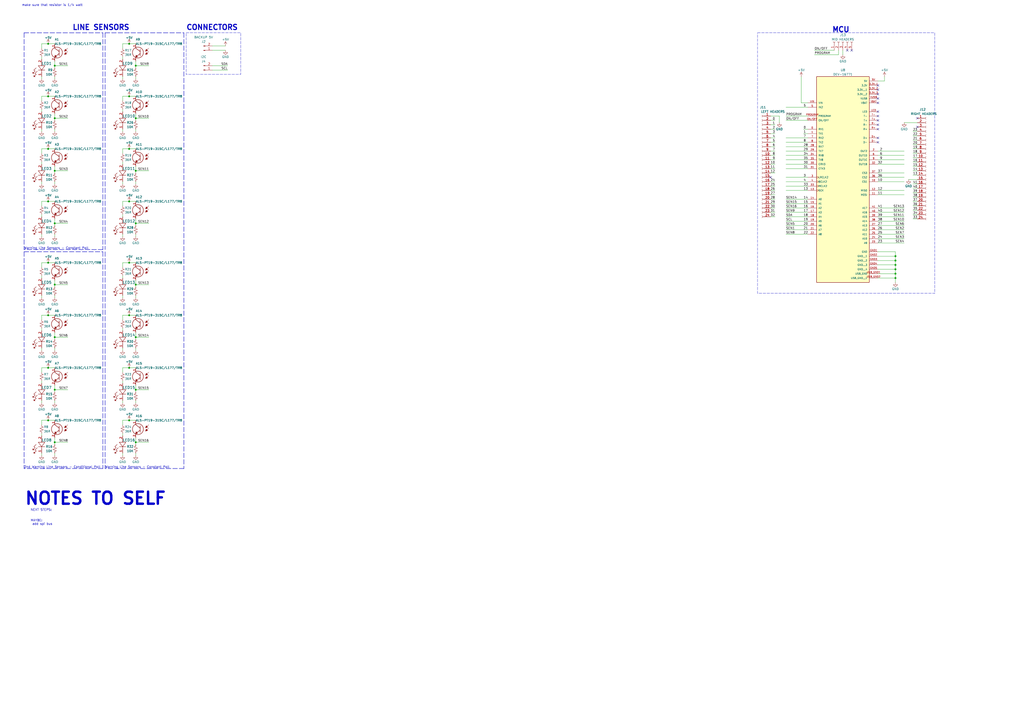
<source format=kicad_sch>
(kicad_sch (version 20230121) (generator eeschema)
  (paper "A2")
  (title_block (title "LINE 3.0 PCB") (date "2023-09-02") (rev "3.0") (company "Team Silverback"))
  (junction (at 74.93 86.36))
  (junction (at 27.94 55.88))
  (junction (at 519.43 158.75))
  (junction (at 27.94 86.36))
  (junction (at 74.93 55.88))
  (junction (at 31.75 195.58))
  (junction (at 78.74 99.06))
  (junction (at 519.43 161.29))
  (junction (at 519.43 151.13))
  (junction (at 27.94 116.84))
  (junction (at 78.74 68.58))
  (junction (at 74.93 243.84))
  (junction (at 74.93 182.88))
  (junction (at 78.74 226.06))
  (junction (at 27.94 152.4))
  (junction (at 27.94 243.84))
  (junction (at 31.75 38.1))
  (junction (at 519.43 156.21))
  (junction (at 74.93 25.4))
  (junction (at 74.93 116.84))
  (junction (at 27.94 182.88))
  (junction (at 78.74 129.54))
  (junction (at 31.75 226.06))
  (junction (at 74.93 213.36))
  (junction (at 78.74 38.1))
  (junction (at 78.74 165.1))
  (junction (at 78.74 256.54))
  (junction (at 31.75 68.58))
  (junction (at 27.94 25.4))
  (junction (at 27.94 213.36))
  (junction (at 31.75 256.54))
  (junction (at 31.75 129.54))
  (junction (at 519.43 153.67))
  (junction (at 519.43 148.59))
  (junction (at 74.93 152.4))
  (junction (at 31.75 165.1))
  (junction (at 31.75 99.06))
  (junction (at 78.74 195.58))
  (no_connect (at 532.13 73.66))
  (no_connect (at 532.13 68.58))
  (no_connect (at 509.27 57.15))
  (no_connect (at 509.27 59.69))
  (no_connect (at 447.04 102.87))
  (no_connect (at 509.27 74.93))
  (no_connect (at 509.27 69.85))
  (no_connect (at 509.27 82.55))
  (no_connect (at 509.27 67.31))
  (no_connect (at 509.27 52.07))
  (no_connect (at 509.27 64.77))
  (no_connect (at 494.03 29.21))
  (no_connect (at 509.27 80.01))
  (no_connect (at 491.49 29.21))
  (no_connect (at 509.27 72.39))
  (no_connect (at 509.27 54.61))
  (no_connect (at 509.27 49.53))
  (wire (pts (xy 31.75 74.93) (xy 31.75 76.2)))
  (wire (pts (xy 24.13 220.98) (xy 24.13 222.25)))
  (wire (pts (xy 529.59 83.82) (xy 532.13 83.82)))
  (wire (pts (xy 78.74 262.89) (xy 78.74 264.16)))
  (wire (pts (xy 529.59 91.44) (xy 532.13 91.44)))
  (wire (pts (xy 71.12 105.41) (xy 71.12 106.68)))
  (wire (pts (xy 24.13 105.41) (xy 24.13 106.68)))
  (wire (pts (xy 529.59 127) (xy 532.13 127)))
  (wire (pts (xy 449.58 120.65) (xy 447.04 120.65)))
  (wire (pts (xy 24.13 93.98) (xy 24.13 95.25)))
  (wire (pts (xy 78.74 256.54) (xy 78.74 254)))
  (wire (pts (xy 71.12 190.5) (xy 71.12 191.77)))
  (wire (pts (xy 24.13 191.77) (xy 24.13 190.5)))
  (wire (pts (xy 31.75 256.54) (xy 39.37 256.54)))
  (wire (pts (xy 447.04 67.31) (xy 452.12 67.31)))
  (wire (pts (xy 71.12 74.93) (xy 71.12 76.2)))
  (wire (pts (xy 31.75 68.58) (xy 31.75 66.04)))
  (wire (pts (xy 464.82 44.45) (xy 464.82 59.69)))
  (wire (pts (xy 529.59 86.36) (xy 532.13 86.36)))
  (wire (pts (xy 524.51 140.97) (xy 509.27 140.97)))
  (polyline (pts (xy 106.68 19.05) (xy 106.68 271.78)) (stroke (width 0.25) (type dash)))
  (wire (pts (xy 31.75 165.1) (xy 31.75 166.37)))
  (wire (pts (xy 31.75 256.54) (xy 31.75 254)))
  (wire (pts (xy 529.59 96.52) (xy 532.13 96.52)))
  (wire (pts (xy 529.59 101.6) (xy 532.13 101.6)))
  (wire (pts (xy 455.93 62.23) (xy 468.63 62.23)))
  (wire (pts (xy 74.93 152.4) (xy 71.12 152.4)))
  (wire (pts (xy 529.59 88.9) (xy 532.13 88.9)))
  (wire (pts (xy 78.74 201.93) (xy 78.74 203.2)))
  (wire (pts (xy 449.58 82.55) (xy 447.04 82.55)))
  (wire (pts (xy 31.75 226.06) (xy 39.37 226.06)))
  (wire (pts (xy 24.13 33.02) (xy 24.13 34.29)))
  (wire (pts (xy 78.74 38.1) (xy 78.74 35.56)))
  (wire (pts (xy 449.58 69.85) (xy 447.04 69.85)))
  (wire (pts (xy 486.41 29.21) (xy 486.41 31.75)))
  (wire (pts (xy 24.13 182.88) (xy 24.13 185.42)))
  (wire (pts (xy 27.94 55.88) (xy 24.13 55.88)))
  (wire (pts (xy 78.74 99.06) (xy 78.74 96.52)))
  (wire (pts (xy 24.13 44.45) (xy 24.13 45.72)))
  (wire (pts (xy 455.93 118.11) (xy 468.63 118.11)))
  (wire (pts (xy 27.94 182.88) (xy 31.75 182.88)))
  (wire (pts (xy 31.75 99.06) (xy 39.37 99.06)))
  (wire (pts (xy 71.12 262.89) (xy 71.12 264.16)))
  (wire (pts (xy 78.74 99.06) (xy 86.36 99.06)))
  (wire (pts (xy 74.93 55.88) (xy 71.12 55.88)))
  (wire (pts (xy 24.13 262.89) (xy 24.13 264.16)))
  (wire (pts (xy 31.75 99.06) (xy 31.75 100.33)))
  (wire (pts (xy 449.58 85.09) (xy 447.04 85.09)))
  (wire (pts (xy 509.27 87.63) (xy 524.51 87.63)))
  (wire (pts (xy 449.58 87.63) (xy 447.04 87.63)))
  (wire (pts (xy 31.75 262.89) (xy 31.75 264.16)))
  (wire (pts (xy 529.59 124.46) (xy 532.13 124.46)))
  (wire (pts (xy 78.74 68.58) (xy 78.74 66.04)))
  (wire (pts (xy 455.93 125.73) (xy 468.63 125.73)))
  (wire (pts (xy 455.93 82.55) (xy 468.63 82.55)))
  (polyline (pts (xy 13.97 19.05) (xy 59.69 19.05)) (stroke (width 0.25) (type dash)))
  (wire (pts (xy 27.94 86.36) (xy 31.75 86.36)))
  (wire (pts (xy 509.27 133.35) (xy 524.51 133.35)))
  (wire (pts (xy 509.27 113.03) (xy 524.51 113.03)))
  (wire (pts (xy 24.13 124.46) (xy 24.13 125.73)))
  (wire (pts (xy 509.27 146.05) (xy 519.43 146.05)))
  (polyline (pts (xy 60.96 146.05) (xy 60.96 271.78)) (stroke (width 0.25) (type dash)))
  (wire (pts (xy 27.94 152.4) (xy 31.75 152.4)))
  (wire (pts (xy 519.43 153.67) (xy 519.43 156.21)))
  (wire (pts (xy 455.93 97.79) (xy 468.63 97.79)))
  (wire (pts (xy 27.94 116.84) (xy 24.13 116.84)))
  (wire (pts (xy 71.12 201.93) (xy 71.12 203.2)))
  (wire (pts (xy 449.58 74.93) (xy 447.04 74.93)))
  (wire (pts (xy 78.74 226.06) (xy 78.74 227.33)))
  (wire (pts (xy 71.12 55.88) (xy 71.12 58.42)))
  (wire (pts (xy 466.09 74.93) (xy 468.63 74.93)))
  (wire (pts (xy 449.58 80.01) (xy 447.04 80.01)))
  (wire (pts (xy 24.13 63.5) (xy 24.13 64.77)))
  (polyline (pts (xy 13.97 19.05) (xy 13.97 144.78)) (stroke (width 0.25) (type dash)))
  (wire (pts (xy 24.13 203.2) (xy 24.13 201.93)))
  (wire (pts (xy 449.58 92.71) (xy 447.04 92.71)))
  (wire (pts (xy 78.74 129.54) (xy 78.74 130.81)))
  (wire (pts (xy 78.74 165.1) (xy 78.74 162.56)))
  (wire (pts (xy 509.27 138.43) (xy 524.51 138.43)))
  (wire (pts (xy 27.94 243.84) (xy 24.13 243.84)))
  (wire (pts (xy 449.58 90.17) (xy 447.04 90.17)))
  (wire (pts (xy 24.13 116.84) (xy 24.13 119.38)))
  (wire (pts (xy 455.93 87.63) (xy 468.63 87.63)))
  (wire (pts (xy 24.13 160.02) (xy 24.13 161.29)))
  (wire (pts (xy 78.74 129.54) (xy 78.74 127)))
  (wire (pts (xy 449.58 123.19) (xy 447.04 123.19)))
  (wire (pts (xy 529.59 99.06) (xy 532.13 99.06)))
  (wire (pts (xy 472.44 29.21) (xy 483.87 29.21)))
  (wire (pts (xy 509.27 153.67) (xy 519.43 153.67)))
  (wire (pts (xy 529.59 121.92) (xy 532.13 121.92)))
  (wire (pts (xy 509.27 156.21) (xy 519.43 156.21)))
  (wire (pts (xy 71.12 171.45) (xy 71.12 172.72)))
  (wire (pts (xy 71.12 86.36) (xy 71.12 88.9)))
  (wire (pts (xy 509.27 135.89) (xy 524.51 135.89)))
  (wire (pts (xy 455.93 90.17) (xy 468.63 90.17)))
  (wire (pts (xy 78.74 256.54) (xy 86.36 256.54)))
  (wire (pts (xy 455.93 85.09) (xy 468.63 85.09)))
  (wire (pts (xy 452.12 67.31) (xy 452.12 71.12)))
  (wire (pts (xy 519.43 156.21) (xy 519.43 158.75)))
  (wire (pts (xy 509.27 123.19) (xy 524.51 123.19)))
  (wire (pts (xy 71.12 33.02) (xy 71.12 34.29)))
  (wire (pts (xy 31.75 129.54) (xy 31.75 127)))
  (wire (pts (xy 78.74 38.1) (xy 86.36 38.1)))
  (wire (pts (xy 509.27 95.25) (xy 524.51 95.25)))
  (wire (pts (xy 31.75 44.45) (xy 31.75 45.72)))
  (polyline (pts (xy 60.96 19.05) (xy 106.68 19.05)) (stroke (width 0.25) (type dash)))
  (wire (pts (xy 31.75 68.58) (xy 39.37 68.58)))
  (wire (pts (xy 74.93 25.4) (xy 78.74 25.4)))
  (wire (pts (xy 509.27 158.75) (xy 519.43 158.75)))
  (wire (pts (xy 31.75 226.06) (xy 31.75 227.33)))
  (wire (pts (xy 78.74 99.06) (xy 78.74 100.33)))
  (wire (pts (xy 532.13 71.12) (xy 524.51 71.12)))
  (wire (pts (xy 509.27 128.27) (xy 524.51 128.27)))
  (wire (pts (xy 529.59 111.76) (xy 532.13 111.76)))
  (wire (pts (xy 74.93 116.84) (xy 71.12 116.84)))
  (wire (pts (xy 74.93 55.88) (xy 78.74 55.88)))
  (wire (pts (xy 24.13 55.88) (xy 24.13 58.42)))
  (wire (pts (xy 27.94 86.36) (xy 24.13 86.36)))
  (wire (pts (xy 527.05 104.14) (xy 532.13 104.14)))
  (wire (pts (xy 78.74 68.58) (xy 86.36 68.58)))
  (wire (pts (xy 78.74 38.1) (xy 78.74 39.37)))
  (wire (pts (xy 455.93 133.35) (xy 468.63 133.35)))
  (wire (pts (xy 472.44 31.75) (xy 486.41 31.75)))
  (wire (pts (xy 71.12 63.5) (xy 71.12 64.77)))
  (wire (pts (xy 529.59 109.22) (xy 532.13 109.22)))
  (wire (pts (xy 529.59 81.28) (xy 532.13 81.28)))
  (wire (pts (xy 455.93 110.49) (xy 468.63 110.49)))
  (wire (pts (xy 31.75 165.1) (xy 39.37 165.1)))
  (wire (pts (xy 488.95 29.21) (xy 488.95 31.75)))
  (polyline (pts (xy 59.69 271.78) (xy 13.97 271.78)) (stroke (width 0.25) (type dash)))
  (wire (pts (xy 24.13 172.72) (xy 24.13 171.45)))
  (wire (pts (xy 71.12 232.41) (xy 71.12 233.68)))
  (wire (pts (xy 519.43 148.59) (xy 519.43 151.13)))
  (wire (pts (xy 71.12 213.36) (xy 71.12 215.9)))
  (wire (pts (xy 509.27 46.99) (xy 513.08 46.99)))
  (wire (pts (xy 31.75 38.1) (xy 31.75 39.37)))
  (wire (pts (xy 449.58 110.49) (xy 447.04 110.49)))
  (wire (pts (xy 27.94 116.84) (xy 31.75 116.84)))
  (wire (pts (xy 31.75 165.1) (xy 31.75 162.56)))
  (wire (pts (xy 31.75 105.41) (xy 31.75 106.68)))
  (wire (pts (xy 78.74 195.58) (xy 78.74 193.04)))
  (wire (pts (xy 74.93 213.36) (xy 78.74 213.36)))
  (wire (pts (xy 509.27 100.33) (xy 524.51 100.33)))
  (wire (pts (xy 31.75 195.58) (xy 39.37 195.58)))
  (wire (pts (xy 31.75 68.58) (xy 31.75 69.85)))
  (wire (pts (xy 71.12 182.88) (xy 71.12 185.42)))
  (wire (pts (xy 74.93 243.84) (xy 78.74 243.84)))
  (wire (pts (xy 449.58 100.33) (xy 447.04 100.33)))
  (wire (pts (xy 449.58 118.11) (xy 447.04 118.11)))
  (wire (pts (xy 27.94 25.4) (xy 24.13 25.4)))
  (wire (pts (xy 132.08 40.64) (xy 123.19 40.64)))
  (wire (pts (xy 449.58 115.57) (xy 447.04 115.57)))
  (wire (pts (xy 455.93 120.65) (xy 468.63 120.65)))
  (polyline (pts (xy 59.69 144.78) (xy 13.97 144.78)) (stroke (width 0.25) (type dash)))
  (wire (pts (xy 74.93 86.36) (xy 78.74 86.36)))
  (wire (pts (xy 455.93 92.71) (xy 468.63 92.71)))
  (wire (pts (xy 509.27 125.73) (xy 524.51 125.73)))
  (wire (pts (xy 71.12 135.89) (xy 71.12 137.16)))
  (wire (pts (xy 449.58 125.73) (xy 447.04 125.73)))
  (wire (pts (xy 449.58 97.79) (xy 447.04 97.79)))
  (wire (pts (xy 24.13 233.68) (xy 24.13 232.41)))
  (wire (pts (xy 519.43 161.29) (xy 519.43 163.83)))
  (wire (pts (xy 78.74 256.54) (xy 78.74 257.81)))
  (wire (pts (xy 455.93 115.57) (xy 468.63 115.57)))
  (wire (pts (xy 31.75 232.41) (xy 31.75 233.68)))
  (wire (pts (xy 74.93 152.4) (xy 78.74 152.4)))
  (wire (pts (xy 78.74 74.93) (xy 78.74 76.2)))
  (polyline (pts (xy 59.69 146.05) (xy 59.69 271.78)) (stroke (width 0.25) (type dash)))
  (wire (pts (xy 24.13 213.36) (xy 24.13 215.9)))
  (polyline (pts (xy 59.69 19.05) (xy 59.69 144.78)) (stroke (width 0.25) (type dash)))
  (wire (pts (xy 78.74 105.41) (xy 78.74 106.68)))
  (wire (pts (xy 74.93 25.4) (xy 71.12 25.4)))
  (wire (pts (xy 455.93 67.31) (xy 468.63 67.31)))
  (wire (pts (xy 455.93 128.27) (xy 468.63 128.27)))
  (wire (pts (xy 509.27 90.17) (xy 524.51 90.17)))
  (wire (pts (xy 509.27 161.29) (xy 519.43 161.29)))
  (wire (pts (xy 71.12 44.45) (xy 71.12 45.72)))
  (wire (pts (xy 31.75 129.54) (xy 31.75 130.81)))
  (wire (pts (xy 24.13 74.93) (xy 24.13 76.2)))
  (wire (pts (xy 71.12 93.98) (xy 71.12 95.25)))
  (wire (pts (xy 31.75 171.45) (xy 31.75 172.72)))
  (wire (pts (xy 449.58 105.41) (xy 447.04 105.41)))
  (wire (pts (xy 78.74 226.06) (xy 86.36 226.06)))
  (polyline (pts (xy 60.96 19.05) (xy 60.96 144.78)) (stroke (width 0.25) (type dash)))
  (wire (pts (xy 27.94 213.36) (xy 31.75 213.36)))
  (wire (pts (xy 455.93 102.87) (xy 468.63 102.87)))
  (wire (pts (xy 466.09 77.47) (xy 468.63 77.47)))
  (wire (pts (xy 529.59 78.74) (xy 532.13 78.74)))
  (wire (pts (xy 74.93 213.36) (xy 71.12 213.36)))
  (wire (pts (xy 31.75 201.93) (xy 31.75 203.2)))
  (wire (pts (xy 78.74 135.89) (xy 78.74 137.16)))
  (wire (pts (xy 455.93 123.19) (xy 468.63 123.19)))
  (wire (pts (xy 31.75 195.58) (xy 31.75 196.85)))
  (wire (pts (xy 529.59 106.68) (xy 532.13 106.68)))
  (wire (pts (xy 78.74 165.1) (xy 86.36 165.1)))
  (wire (pts (xy 455.93 95.25) (xy 468.63 95.25)))
  (wire (pts (xy 519.43 146.05) (xy 519.43 148.59)))
  (wire (pts (xy 468.63 59.69) (xy 464.82 59.69)))
  (wire (pts (xy 132.08 38.1) (xy 123.19 38.1)))
  (wire (pts (xy 519.43 158.75) (xy 519.43 161.29)))
  (wire (pts (xy 71.12 25.4) (xy 71.12 27.94)))
  (wire (pts (xy 31.75 38.1) (xy 39.37 38.1)))
  (wire (pts (xy 24.13 86.36) (xy 24.13 88.9)))
  (wire (pts (xy 78.74 44.45) (xy 78.74 45.72)))
  (wire (pts (xy 78.74 195.58) (xy 78.74 196.85)))
  (wire (pts (xy 509.27 102.87) (xy 524.51 102.87)))
  (wire (pts (xy 529.59 93.98) (xy 532.13 93.98)))
  (wire (pts (xy 24.13 152.4) (xy 24.13 154.94)))
  (wire (pts (xy 78.74 165.1) (xy 78.74 166.37)))
  (wire (pts (xy 509.27 92.71) (xy 524.51 92.71)))
  (wire (pts (xy 31.75 129.54) (xy 39.37 129.54)))
  (polyline (pts (xy 106.68 271.78) (xy 60.96 271.78)) (stroke (width 0.25) (type dash)))
  (wire (pts (xy 71.12 251.46) (xy 71.12 252.73)))
  (wire (pts (xy 449.58 113.03) (xy 447.04 113.03)))
  (wire (pts (xy 78.74 232.41) (xy 78.74 233.68)))
  (wire (pts (xy 71.12 243.84) (xy 71.12 246.38)))
  (wire (pts (xy 71.12 116.84) (xy 71.12 119.38)))
  (wire (pts (xy 31.75 256.54) (xy 31.75 257.81)))
  (wire (pts (xy 513.08 46.99) (xy 513.08 44.45)))
  (wire (pts (xy 27.94 182.88) (xy 24.13 182.88)))
  (wire (pts (xy 24.13 251.46) (xy 24.13 252.73)))
  (wire (pts (xy 509.27 151.13) (xy 519.43 151.13)))
  (wire (pts (xy 78.74 171.45) (xy 78.74 172.72)))
  (wire (pts (xy 455.93 105.41) (xy 468.63 105.41)))
  (wire (pts (xy 509.27 105.41) (xy 524.51 105.41)))
  (wire (pts (xy 509.27 148.59) (xy 519.43 148.59)))
  (wire (pts (xy 31.75 38.1) (xy 31.75 35.56)))
  (wire (pts (xy 74.93 116.84) (xy 78.74 116.84)))
  (wire (pts (xy 529.59 119.38) (xy 532.13 119.38)))
  (wire (pts (xy 455.93 69.85) (xy 468.63 69.85)))
  (wire (pts (xy 529.59 114.3) (xy 532.13 114.3)))
  (wire (pts (xy 27.94 152.4) (xy 24.13 152.4)))
  (wire (pts (xy 74.93 182.88) (xy 71.12 182.88)))
  (wire (pts (xy 71.12 160.02) (xy 71.12 161.29)))
  (wire (pts (xy 74.93 86.36) (xy 71.12 86.36)))
  (wire (pts (xy 24.13 243.84) (xy 24.13 246.38)))
  (wire (pts (xy 509.27 110.49) (xy 524.51 110.49)))
  (wire (pts (xy 455.93 80.01) (xy 468.63 80.01)))
  (wire (pts (xy 455.93 107.95) (xy 468.63 107.95)))
  (wire (pts (xy 449.58 72.39) (xy 447.04 72.39)))
  (polyline (pts (xy 13.97 146.05) (xy 13.97 271.78)) (stroke (width 0.25) (type dash)))
  (wire (pts (xy 74.93 243.84) (xy 71.12 243.84)))
  (wire (pts (xy 31.75 99.06) (xy 31.75 96.52)))
  (wire (pts (xy 24.13 25.4) (xy 24.13 27.94)))
  (wire (pts (xy 31.75 226.06) (xy 31.75 223.52)))
  (wire (pts (xy 78.74 226.06) (xy 78.74 223.52)))
  (wire (pts (xy 529.59 116.84) (xy 532.13 116.84)))
  (wire (pts (xy 24.13 135.89) (xy 24.13 137.16)))
  (wire (pts (xy 449.58 107.95) (xy 447.04 107.95)))
  (wire (pts (xy 27.94 243.84) (xy 31.75 243.84)))
  (wire (pts (xy 31.75 135.89) (xy 31.75 137.16)))
  (wire (pts (xy 130.81 26.67) (xy 123.19 26.67)))
  (wire (pts (xy 509.27 130.81) (xy 524.51 130.81)))
  (wire (pts (xy 27.94 25.4) (xy 31.75 25.4)))
  (wire (pts (xy 509.27 120.65) (xy 524.51 120.65)))
  (wire (pts (xy 31.75 195.58) (xy 31.75 193.04)))
  (wire (pts (xy 455.93 135.89) (xy 468.63 135.89)))
  (wire (pts (xy 130.81 29.21) (xy 123.19 29.21)))
  (wire (pts (xy 519.43 151.13) (xy 519.43 153.67)))
  (wire (pts (xy 71.12 124.46) (xy 71.12 125.73)))
  (wire (pts (xy 27.94 213.36) (xy 24.13 213.36)))
  (wire (pts (xy 74.93 182.88) (xy 78.74 182.88)))
  (wire (pts (xy 78.74 195.58) (xy 86.36 195.58)))
  (wire (pts (xy 78.74 68.58) (xy 78.74 69.85)))
  (wire (pts (xy 449.58 95.25) (xy 447.04 95.25)))
  (wire (pts (xy 71.12 152.4) (xy 71.12 154.94)))
  (wire (pts (xy 449.58 77.47) (xy 447.04 77.47)))
  (wire (pts (xy 78.74 129.54) (xy 86.36 129.54)))
  (wire (pts (xy 71.12 220.98) (xy 71.12 222.25)))
  (wire (pts (xy 529.59 76.2) (xy 532.13 76.2)))
  (wire (pts (xy 455.93 130.81) (xy 468.63 130.81)))
  (polyline (pts (xy 13.97 146.05) (xy 59.69 146.05)) (stroke (width 0.25) (type dash)))
  (wire (pts (xy 27.94 55.88) (xy 31.75 55.88)))
  (rectangle (start 439.42 19.05) (end 542.29 170.18) (stroke (width 0) (type dash)))
  (rectangle (start 107.95 19.05) (end 139.7 43.18) (stroke (width 0) (type dash)))
  (text "NOTES TO SELF" (at 13.97 293.37 0) (effects (font (size 7 7) (thickness 1.4) bold) (justify left bottom)))
  (text "NEXT STEPS:\n\n\nMAYBE:\n add spi bus" (at 17.78 304.8 0) (effects (font (size 1.27 1.27)) (justify left bottom)))
  (text "CONNECTORS" (at 107.95 17.78 0) (effects (font (size 3 3) (thickness 0.6) bold) (justify left bottom)))
  (text "LINE SENSORS" (at 41.91 17.78 0) (effects (font (size 3 3) (thickness 0.6) bold) (justify left bottom)))
  (text "2nd Warning Line Sensors - Conditional Poll" (at 13.97 271.78 0) (effects (font (size 1.27 1.27)) (justify left bottom)))
  (text "make sure that resistor is 1/4 watt" (at 12.7 3.81 0) (effects (font (size 1.27 1.27)) (justify left bottom)))
  (text "Warning Line Sensors - Constant Poll" (at 13.97 144.78 0) (effects (font (size 1.27 1.27)) (justify left bottom)))
  (text "Warning Line Sensors - Constant Poll" (at 60.96 271.78 0) (effects (font (size 1.27 1.27)) (justify left bottom)))
  (text "MCU " (at 482.6 19.05 0) (effects (font (size 3 3) (thickness 0.6) bold) (justify left bottom)))
  (label "SEN9" (at 86.36 38.1 180))
  (label "11" (at 511.81 113.03 180))
  (label "11" (at 449.58 97.79 180))
  (label "SEN11" (at 524.51 125.73 180))
  (label "16" (at 466.09 120.65 0))
  (label "SEN12" (at 524.51 123.19 180))
  (label "30" (at 466.09 95.25 0))
  (label "PROGRAM" (at 472.44 31.75 0))
  (label "0" (at 449.58 69.85 180))
  (label "9" (at 511.81 92.71 180))
  (label "SCL" (at 132.08 40.64 180))
  (label "6" (at 449.58 85.09 180))
  (label "25" (at 511.81 135.89 180))
  (label "SEN14" (at 455.93 115.57 0))
  (label "22" (at 529.59 78.74 0))
  (label "SDA" (at 455.93 125.73 0))
  (label "7" (at 449.58 87.63 180))
  (label "SEN6" (at 39.37 195.58 180))
  (label "19" (at 466.09 128.27 0))
  (label "36" (at 529.59 119.38 0))
  (label "0" (at 466.09 74.93 0))
  (label "36" (at 511.81 102.87 180))
  (label "26" (at 511.81 133.35 180))
  (label "28" (at 449.58 115.57 180))
  (label "17" (at 466.09 123.19 0))
  (label "8" (at 466.09 82.55 0))
  (label "SEN13" (at 524.51 120.65 180))
  (label "41" (at 529.59 106.68 0))
  (label "38" (at 511.81 128.27 180))
  (label "ON{slash}OFF" (at 472.44 29.21 0))
  (label "41" (at 511.81 120.65 180))
  (label "40" (at 511.81 123.19 180))
  (label "SEN1" (at 455.93 133.35 0))
  (label "25" (at 449.58 107.95 180))
  (label "PROGRAM" (at 455.93 67.31 0))
  (label "SEN3" (at 524.51 138.43 180))
  (label "12" (at 449.58 100.33 180))
  (label "29" (at 449.58 118.11 180))
  (label "SEN11" (at 86.36 99.06 180))
  (label "SDA" (at 132.08 38.1 180))
  (label "18" (at 529.59 88.9 0))
  (label "SEN9" (at 455.93 123.19 0))
  (label "33" (at 529.59 127 0))
  (label "19" (at 529.59 86.36 0))
  (label "39" (at 529.59 111.76 0))
  (label "16" (at 529.59 93.98 0))
  (label "14" (at 466.09 115.57 0))
  (label "31" (at 466.09 97.79 0))
  (label "2" (at 511.81 87.63 180))
  (label "1" (at 466.09 77.47 0))
  (label "32" (at 511.81 95.25 180))
  (label "9" (at 449.58 92.71 180))
  (label "34" (at 466.09 90.17 0))
  (label "27" (at 511.81 130.81 180))
  (label "15" (at 466.09 118.11 0))
  (label "SEN15" (at 86.36 226.06 180))
  (label "30" (at 449.58 120.65 180))
  (label "SEN7" (at 39.37 226.06 180))
  (label "SEN8" (at 39.37 256.54 180))
  (label "21" (at 466.09 133.35 0))
  (label "12" (at 511.81 110.49 180))
  (label "SEN10" (at 86.36 68.58 180))
  (label "SEN1" (at 39.37 38.1 180))
  (label "38" (at 529.59 114.3 0))
  (label "21" (at 529.59 81.28 0))
  (label "SEN16" (at 455.93 120.65 0))
  (label "10" (at 511.81 105.41 180))
  (label "20" (at 529.59 83.82 0))
  (label "40" (at 529.59 109.22 0))
  (label "24" (at 449.58 105.41 180))
  (label "29" (at 466.09 87.63 0))
  (label "22" (at 466.09 135.89 0))
  (label "13" (at 466.09 110.49 0))
  (label "SCL" (at 455.93 128.27 0))
  (label "SEN10" (at 524.51 128.27 180))
  (label "35" (at 529.59 121.92 0))
  (label "33" (at 466.09 107.95 0))
  (label "20" (at 466.09 130.81 0))
  (label "SEN2" (at 39.37 68.58 180))
  (label "SEN7" (at 524.51 135.89 180))
  (label "31" (at 449.58 123.19 180))
  (label "SEN5" (at 455.93 130.81 0))
  (label "37" (at 529.59 116.84 0))
  (label "1" (at 449.58 72.39 180))
  (label "13" (at 529.59 101.6 0))
  (label "37" (at 511.81 100.33 180))
  (label "4" (at 449.58 80.01 180))
  (label "35" (at 466.09 92.71 0))
  (label "5" (at 466.09 62.23 0))
  (label "34" (at 529.59 124.46 0))
  (label "27" (at 449.58 113.03 180))
  (label "8" (at 449.58 90.17 180))
  (label "5" (at 449.58 82.55 180))
  (label "SEN2" (at 524.51 133.35 180))
  (label "15" (at 529.59 96.52 0))
  (label "32" (at 449.58 125.73 180))
  (label "SEN4" (at 524.51 140.97 180))
  (label "SEN5" (at 39.37 165.1 180))
  (label "SEN15" (at 455.93 118.11 0))
  (label "SEN13" (at 86.36 165.1 180))
  (label "39" (at 511.81 125.73 180))
  (label "23" (at 529.59 76.2 0))
  (label "3" (at 466.09 102.87 0))
  (label "4" (at 466.09 105.41 0))
  (label "23" (at 511.81 140.97 180))
  (label "7" (at 466.09 80.01 0))
  (label "SEN12" (at 86.36 129.54 180))
  (label "14" (at 529.59 99.06 0))
  (label "3" (at 449.58 77.47 180))
  (label "SEN8" (at 455.93 135.89 0))
  (label "2" (at 449.58 74.93 180))
  (label "26" (at 449.58 110.49 180))
  (label "ON{slash}OFF" (at 455.93 69.85 0))
  (label "SEN3" (at 39.37 99.06 180))
  (label "SEN6" (at 524.51 130.81 180))
  (label "10" (at 449.58 95.25 180))
  (label "28" (at 466.09 85.09 0))
  (label "17" (at 529.59 91.44 0))
  (label "SEN14" (at 86.36 195.58 180))
  (label "18" (at 466.09 125.73 0))
  (label "24" (at 511.81 138.43 180))
  (label "6" (at 511.81 90.17 180))
  (label "SEN16" (at 86.36 256.54 180))
  (label "SEN4" (at 39.37 129.54 180))
  (symbol (lib_id "Device:R_Small_US") (at 78.74 260.35 0) (mirror x) (unit 1)
    (property "Reference" "R32" (at 77.47 259.08 0) (effects (justify right)))
    (property "Value" "10K" (at 77.47 261.62 0) (effects (justify right)))
    (property "Footprint" "Resistor_SMD:R_0805_2012Metric" (effects hide))
  )
  (symbol (lib_id "Device:R_Small_US") (at 31.75 133.35 0) (mirror x) (unit 1)
    (property "Reference" "R12" (at 30.48 132.08 0) (effects (justify right)))
    (property "Value" "10K" (at 30.48 134.62 0) (effects (justify right)))
    (property "Footprint" "Resistor_SMD:R_0805_2012Metric" (effects hide))
  )
  (symbol (lib_id "Device:R_Small_US") (at 24.13 121.92 0) (unit 1)
    (property "Reference" "R4" (at 25.4 120.65 0) (effects (justify left)))
    (property "Value" "36R" (at 25.4 123.19 0) (effects (justify left)))
    (property "Footprint" "Resistor_SMD:R_0805_2012Metric" (effects hide))
  )
  (symbol (lib_id "ALS-PT19-315C_L177_TR8:ALS-PT19-315C{slash}L177{slash}TR8") (at 34.29 218.44 0) (mirror y) (unit 1)
    (property "Reference" "A7" (at 31.75 210.82 0) (effects (justify right)))
    (property "Value" "ALS-PT19-315C/L177/TR8" (at 31.75 213.36 0) (effects (justify right)))
    (property "Footprint" "ALS-PT19-315C_L177_TR8:XDCR_ALS-PT19-315C_L177_TR8" (effects hide))
    (property "MAXIMUM_PACKAGE_HEIGHT" "0.7 mm" (effects hide))
    (property "STANDARD" "Manufacturer Recommendations" (effects hide))
    (property "PARTREV" "5" (effects hide))
    (property "MANUFACTURER" "Everlight" (effects hide))
  )
  (symbol (lib_id "JB2835AWT-W-U30GA0000-N0000001:JB2835AWT-W-U30GA0000-N0000001") (at 71.12 222.25 90) (mirror x) (unit 1)
    (property "Reference" "LED15" (at 71.12 224.79 90) (effects (font (size 1.524 1.524)) (justify right)))
    (property "Value" "JB2835AWT-W-U30GA0000-N0000001" (effects hide))
    (property "Footprint" "JB2835AWT-W-U30GA0000-N0000001:LED_J2835_CRW" (effects hide))
    (property "Datasheet" "JB2835AWT-W-U30GA0000-N0000001" (effects hide))
  )
  (symbol (lib_id "power:GND") (at 24.13 137.16 0) (unit 1)
    (property "Reference" "#PWR04" (effects hide))
    (property "Value" "GND" (at 24.13 140.97 0))
  )
  (symbol (lib_id "power:GND") (at 71.12 137.16 0) (unit 1)
    (property "Reference" "#PWR028" (effects hide))
    (property "Value" "GND" (at 71.12 140.97 0))
  )
  (symbol (lib_id "JB2835AWT-W-U30GA0000-N0000001:JB2835AWT-W-U30GA0000-N0000001") (at 24.13 34.29 90) (mirror x) (unit 1)
    (property "Reference" "LED1" (at 24.13 36.83 90) (effects (font (size 1.524 1.524)) (justify right)))
    (property "Value" "JB2835AWT-W-U30GA0000-N0000001" (effects hide))
    (property "Footprint" "JB2835AWT-W-U30GA0000-N0000001:LED_J2835_CRW" (effects hide))
    (property "Datasheet" "JB2835AWT-W-U30GA0000-N0000001" (effects hide))
  )
  (symbol (lib_id "power:GND") (at 31.75 76.2 0) (unit 1)
    (property "Reference" "#PWR018" (effects hide))
    (property "Value" "GND" (at 31.75 80.01 0))
  )
  (symbol (lib_id "Device:R_Small_US") (at 71.12 30.48 0) (unit 1)
    (property "Reference" "R17" (at 72.39 29.21 0) (effects (justify left)))
    (property "Value" "36R" (at 72.39 31.75 0) (effects (justify left)))
    (property "Footprint" "Resistor_SMD:R_0805_2012Metric" (effects hide))
  )
  (symbol (lib_id "power:GND") (at 488.95 31.75 0) (unit 1)
    (property "Reference" "#PWR092" (effects hide))
    (property "Value" "GND" (at 488.95 35.56 0))
  )
  (symbol (lib_id "Device:R_Small_US") (at 71.12 218.44 0) (unit 1)
    (property "Reference" "R23" (at 72.39 217.17 0) (effects (justify left)))
    (property "Value" "36R" (at 72.39 219.71 0) (effects (justify left)))
    (property "Footprint" "Resistor_SMD:R_0805_2012Metric" (effects hide))
  )
  (symbol (lib_id "JB2835AWT-W-U30GA0000-N0000001:JB2835AWT-W-U30GA0000-N0000001") (at 71.12 64.77 90) (mirror x) (unit 1)
    (property "Reference" "LED10" (at 71.12 67.31 90) (effects (font (size 1.524 1.524)) (justify right)))
    (property "Value" "JB2835AWT-W-U30GA0000-N0000001" (effects hide))
    (property "Footprint" "JB2835AWT-W-U30GA0000-N0000001:LED_J2835_CRW" (effects hide))
    (property "Datasheet" "JB2835AWT-W-U30GA0000-N0000001" (effects hide))
  )
  (symbol (lib_id "Connector:Conn_01x05_Socket") (at 488.95 24.13 90) (unit 1)
    (property "Reference" "J13" (at 488.95 20.32 90))
    (property "Value" "MID HEADERS" (at 488.95 22.86 90))
    (property "Footprint" "Connector_PinHeader_2.54mm:PinHeader_1x05_P2.54mm_Vertical" (effects hide))
  )
  (symbol (lib_id "JB2835AWT-W-U30GA0000-N0000001:JB2835AWT-W-U30GA0000-N0000001") (at 24.13 161.29 90) (mirror x) (unit 1)
    (property "Reference" "LED5" (at 24.13 163.83 90) (effects (font (size 1.524 1.524)) (justify right)))
    (property "Value" "JB2835AWT-W-U30GA0000-N0000001" (effects hide))
    (property "Footprint" "JB2835AWT-W-U30GA0000-N0000001:LED_J2835_CRW" (effects hide))
    (property "Datasheet" "JB2835AWT-W-U30GA0000-N0000001" (effects hide))
  )
  (symbol (lib_id "ALS-PT19-315C_L177_TR8:ALS-PT19-315C{slash}L177{slash}TR8") (at 81.28 248.92 0) (mirror y) (unit 1)
    (property "Reference" "A16" (at 78.74 241.3 0) (effects (justify right)))
    (property "Value" "ALS-PT19-315C/L177/TR8" (at 78.74 243.84 0) (effects (justify right)))
    (property "Footprint" "ALS-PT19-315C_L177_TR8:XDCR_ALS-PT19-315C_L177_TR8" (effects hide))
    (property "MAXIMUM_PACKAGE_HEIGHT" "0.7 mm" (effects hide))
    (property "STANDARD" "Manufacturer Recommendations" (effects hide))
    (property "PARTREV" "5" (effects hide))
    (property "MANUFACTURER" "Everlight" (effects hide))
  )
  (symbol (lib_id "Device:R_Small_US") (at 31.75 102.87 0) (mirror x) (unit 1)
    (property "Reference" "R11" (at 30.48 101.6 0) (effects (justify right)))
    (property "Value" "10K" (at 30.48 104.14 0) (effects (justify right)))
    (property "Footprint" "Resistor_SMD:R_0805_2012Metric" (effects hide))
  )
  (symbol (lib_id "power:GND") (at 24.13 106.68 0) (unit 1)
    (property "Reference" "#PWR03" (effects hide))
    (property "Value" "GND" (at 24.13 110.49 0))
  )
  (symbol (lib_id "ALS-PT19-315C_L177_TR8:ALS-PT19-315C{slash}L177{slash}TR8") (at 34.29 157.48 0) (mirror y) (unit 1)
    (property "Reference" "A5" (at 31.75 149.86 0) (effects (justify right)))
    (property "Value" "ALS-PT19-315C/L177/TR8" (at 31.75 152.4 0) (effects (justify right)))
    (property "Footprint" "ALS-PT19-315C_L177_TR8:XDCR_ALS-PT19-315C_L177_TR8" (effects hide))
    (property "MAXIMUM_PACKAGE_HEIGHT" "0.7 mm" (effects hide))
    (property "STANDARD" "Manufacturer Recommendations" (effects hide))
    (property "PARTREV" "5" (effects hide))
    (property "MANUFACTURER" "Everlight" (effects hide))
  )
  (symbol (lib_name "+5V_2") (lib_id "power:+5V") (at 74.93 213.36 0) (unit 1)
    (property "Reference" "#PWR0106" (effects hide))
    (property "Value" "+5V" (at 74.93 209.804 0))
  )
  (symbol (lib_id "power:GND") (at 78.74 106.68 0) (unit 1)
    (property "Reference" "#PWR043" (effects hide))
    (property "Value" "GND" (at 78.74 110.49 0))
  )
  (symbol (lib_id "power:GND") (at 78.74 233.68 0) (unit 1)
    (property "Reference" "#PWR047" (effects hide))
    (property "Value" "GND" (at 78.74 237.49 0))
  )
  (symbol (lib_id "ALS-PT19-315C_L177_TR8:ALS-PT19-315C{slash}L177{slash}TR8") (at 81.28 91.44 0) (mirror y) (unit 1)
    (property "Reference" "A11" (at 78.74 83.82 0) (effects (justify right)))
    (property "Value" "ALS-PT19-315C/L177/TR8" (at 78.74 86.36 0) (effects (justify right)))
    (property "Footprint" "ALS-PT19-315C_L177_TR8:XDCR_ALS-PT19-315C_L177_TR8" (effects hide))
    (property "MAXIMUM_PACKAGE_HEIGHT" "0.7 mm" (effects hide))
    (property "STANDARD" "Manufacturer Recommendations" (effects hide))
    (property "PARTREV" "5" (effects hide))
    (property "MANUFACTURER" "Everlight" (effects hide))
  )
  (symbol (lib_id "power:GND") (at 31.75 137.16 0) (unit 1)
    (property "Reference" "#PWR020" (effects hide))
    (property "Value" "GND" (at 31.75 140.97 0))
  )
  (symbol (lib_id "Device:R_Small_US") (at 24.13 60.96 0) (unit 1)
    (property "Reference" "R2" (at 25.4 59.69 0) (effects (justify left)))
    (property "Value" "36R" (at 25.4 62.23 0) (effects (justify left)))
    (property "Footprint" "Resistor_SMD:R_0805_2012Metric" (effects hide))
  )
  (symbol (lib_id "ALS-PT19-315C_L177_TR8:ALS-PT19-315C{slash}L177{slash}TR8") (at 34.29 30.48 0) (mirror y) (unit 1)
    (property "Reference" "A1" (at 31.75 22.86 0) (effects (justify right)))
    (property "Value" "ALS-PT19-315C/L177/TR8" (at 31.75 25.4 0) (effects (justify right)))
    (property "Footprint" "ALS-PT19-315C_L177_TR8:XDCR_ALS-PT19-315C_L177_TR8" (effects hide))
    (property "MAXIMUM_PACKAGE_HEIGHT" "0.7 mm" (effects hide))
    (property "STANDARD" "Manufacturer Recommendations" (effects hide))
    (property "PARTREV" "5" (effects hide))
    (property "MANUFACTURER" "Everlight" (effects hide))
  )
  (symbol (lib_id "JB2835AWT-W-U30GA0000-N0000001:JB2835AWT-W-U30GA0000-N0000001") (at 24.13 252.73 90) (mirror x) (unit 1)
    (property "Reference" "LED8" (at 24.13 255.27 90) (effects (font (size 1.524 1.524)) (justify right)))
    (property "Value" "JB2835AWT-W-U30GA0000-N0000001" (effects hide))
    (property "Footprint" "JB2835AWT-W-U30GA0000-N0000001:LED_J2835_CRW" (effects hide))
    (property "Datasheet" "JB2835AWT-W-U30GA0000-N0000001" (effects hide))
  )
  (symbol (lib_id "power:GND") (at 78.74 172.72 0) (unit 1)
    (property "Reference" "#PWR045" (effects hide))
    (property "Value" "GND" (at 78.74 176.53 0))
  )
  (symbol (lib_id "JB2835AWT-W-U30GA0000-N0000001:JB2835AWT-W-U30GA0000-N0000001") (at 24.13 64.77 90) (mirror x) (unit 1)
    (property "Reference" "LED2" (at 24.13 67.31 90) (effects (font (size 1.524 1.524)) (justify right)))
    (property "Value" "JB2835AWT-W-U30GA0000-N0000001" (effects hide))
    (property "Footprint" "JB2835AWT-W-U30GA0000-N0000001:LED_J2835_CRW" (effects hide))
    (property "Datasheet" "JB2835AWT-W-U30GA0000-N0000001" (effects hide))
  )
  (symbol (lib_id "power:GND") (at 71.12 203.2 0) (unit 1)
    (property "Reference" "#PWR030" (effects hide))
    (property "Value" "GND" (at 71.12 207.01 0))
  )
  (symbol (lib_id "Device:R_Small_US") (at 24.13 91.44 0) (unit 1)
    (property "Reference" "R3" (at 25.4 90.17 0) (effects (justify left)))
    (property "Value" "36R" (at 25.4 92.71 0) (effects (justify left)))
    (property "Footprint" "Resistor_SMD:R_0805_2012Metric" (effects hide))
  )
  (symbol (lib_id "Device:R_Small_US") (at 31.75 229.87 0) (mirror x) (unit 1)
    (property "Reference" "R15" (at 30.48 228.6 0) (effects (justify right)))
    (property "Value" "10K" (at 30.48 231.14 0) (effects (justify right)))
    (property "Footprint" "Resistor_SMD:R_0805_2012Metric" (effects hide))
  )
  (symbol (lib_id "Device:R_Small_US") (at 71.12 60.96 0) (unit 1)
    (property "Reference" "R18" (at 72.39 59.69 0) (effects (justify left)))
    (property "Value" "36R" (at 72.39 62.23 0) (effects (justify left)))
    (property "Footprint" "Resistor_SMD:R_0805_2012Metric" (effects hide))
  )
  (symbol (lib_id "ALS-PT19-315C_L177_TR8:ALS-PT19-315C{slash}L177{slash}TR8") (at 81.28 121.92 0) (mirror y) (unit 1)
    (property "Reference" "A12" (at 78.74 114.3 0) (effects (justify right)))
    (property "Value" "ALS-PT19-315C/L177/TR8" (at 78.74 116.84 0) (effects (justify right)))
    (property "Footprint" "ALS-PT19-315C_L177_TR8:XDCR_ALS-PT19-315C_L177_TR8" (effects hide))
    (property "MAXIMUM_PACKAGE_HEIGHT" "0.7 mm" (effects hide))
    (property "STANDARD" "Manufacturer Recommendations" (effects hide))
    (property "PARTREV" "5" (effects hide))
    (property "MANUFACTURER" "Everlight" (effects hide))
  )
  (symbol (lib_id "JB2835AWT-W-U30GA0000-N0000001:JB2835AWT-W-U30GA0000-N0000001") (at 24.13 95.25 90) (mirror x) (unit 1)
    (property "Reference" "LED3" (at 24.13 97.79 90) (effects (font (size 1.524 1.524)) (justify right)))
    (property "Value" "JB2835AWT-W-U30GA0000-N0000001" (effects hide))
    (property "Footprint" "JB2835AWT-W-U30GA0000-N0000001:LED_J2835_CRW" (effects hide))
    (property "Datasheet" "JB2835AWT-W-U30GA0000-N0000001" (effects hide))
  )
  (symbol (lib_id "power:GND") (at 78.74 137.16 0) (unit 1)
    (property "Reference" "#PWR044" (effects hide))
    (property "Value" "GND" (at 78.74 140.97 0))
  )
  (symbol (lib_id "power:GND") (at 524.51 71.12 0) (unit 1)
    (property "Reference" "#PWR089" (effects hide))
    (property "Value" "GND" (at 524.51 74.93 0))
  )
  (symbol (lib_id "power:GND") (at 71.12 45.72 0) (unit 1)
    (property "Reference" "#PWR025" (effects hide))
    (property "Value" "GND" (at 71.12 49.53 0))
  )
  (symbol (lib_id "power:GND") (at 71.12 76.2 0) (unit 1)
    (property "Reference" "#PWR026" (effects hide))
    (property "Value" "GND" (at 71.12 80.01 0))
  )
  (symbol (lib_id "Device:R_Small_US") (at 24.13 30.48 0) (unit 1)
    (property "Reference" "R1" (at 25.4 29.21 0) (effects (justify left)))
    (property "Value" "36R" (at 25.4 31.75 0) (effects (justify left)))
    (property "Footprint" "Resistor_SMD:R_0805_2012Metric" (effects hide))
  )
  (symbol (lib_id "power:GND") (at 527.05 104.14 0) (unit 1)
    (property "Reference" "#PWR091" (effects hide))
    (property "Value" "GND" (at 527.05 107.95 0))
  )
  (symbol (lib_id "JB2835AWT-W-U30GA0000-N0000001:JB2835AWT-W-U30GA0000-N0000001") (at 24.13 125.73 90) (mirror x) (unit 1)
    (property "Reference" "LED4" (at 24.13 128.27 90) (effects (font (size 1.524 1.524)) (justify right)))
    (property "Value" "JB2835AWT-W-U30GA0000-N0000001" (effects hide))
    (property "Footprint" "JB2835AWT-W-U30GA0000-N0000001:LED_J2835_CRW" (effects hide))
    (property "Datasheet" "JB2835AWT-W-U30GA0000-N0000001" (effects hide))
  )
  (symbol (lib_id "power:GND") (at 71.12 233.68 0) (unit 1)
    (property "Reference" "#PWR031" (effects hide))
    (property "Value" "GND" (at 71.12 237.49 0))
  )
  (symbol (lib_id "JB2835AWT-W-U30GA0000-N0000001:JB2835AWT-W-U30GA0000-N0000001") (at 24.13 222.25 90) (mirror x) (unit 1)
    (property "Reference" "LED7" (at 24.13 224.79 90) (effects (font (size 1.524 1.524)) (justify right)))
    (property "Value" "JB2835AWT-W-U30GA0000-N0000001" (effects hide))
    (property "Footprint" "JB2835AWT-W-U30GA0000-N0000001:LED_J2835_CRW" (effects hide))
    (property "Datasheet" "JB2835AWT-W-U30GA0000-N0000001" (effects hide))
  )
  (symbol (lib_id "ALS-PT19-315C_L177_TR8:ALS-PT19-315C{slash}L177{slash}TR8") (at 34.29 60.96 0) (mirror y) (unit 1)
    (property "Reference" "A2" (at 31.75 53.34 0) (effects (justify right)))
    (property "Value" "ALS-PT19-315C/L177/TR8" (at 31.75 55.88 0) (effects (justify right)))
    (property "Footprint" "ALS-PT19-315C_L177_TR8:XDCR_ALS-PT19-315C_L177_TR8" (effects hide))
    (property "MAXIMUM_PACKAGE_HEIGHT" "0.7 mm" (effects hide))
    (property "STANDARD" "Manufacturer Recommendations" (effects hide))
    (property "PARTREV" "5" (effects hide))
    (property "MANUFACTURER" "Everlight" (effects hide))
  )
  (symbol (lib_id "JB2835AWT-W-U30GA0000-N0000001:JB2835AWT-W-U30GA0000-N0000001") (at 71.12 125.73 90) (mirror x) (unit 1)
    (property "Reference" "LED12" (at 71.12 128.27 90) (effects (font (size 1.524 1.524)) (justify right)))
    (property "Value" "JB2835AWT-W-U30GA0000-N0000001" (effects hide))
    (property "Footprint" "JB2835AWT-W-U30GA0000-N0000001:LED_J2835_CRW" (effects hide))
    (property "Datasheet" "JB2835AWT-W-U30GA0000-N0000001" (effects hide))
  )
  (symbol (lib_id "Connector:Conn_01x02_Male") (at 118.11 29.21 0) (mirror x) (unit 1)
    (property "Reference" "J2" (at 118.11 24.13 0))
    (property "Value" "BACKUP 5V" (at 118.11 21.59 0))
    (property "Footprint" "Connector_AMASS:AMASS_XT30U-F_1x02_P5.0mm_Vertical" (effects hide))
  )
  (symbol (lib_id "Device:R_Small_US") (at 31.75 260.35 0) (mirror x) (unit 1)
    (property "Reference" "R16" (at 30.48 259.08 0) (effects (justify right)))
    (property "Value" "10K" (at 30.48 261.62 0) (effects (justify right)))
    (property "Footprint" "Resistor_SMD:R_0805_2012Metric" (effects hide))
  )
  (symbol (lib_id "Device:R_Small_US") (at 31.75 168.91 0) (mirror x) (unit 1)
    (property "Reference" "R13" (at 30.48 167.64 0) (effects (justify right)))
    (property "Value" "10K" (at 30.48 170.18 0) (effects (justify right)))
    (property "Footprint" "Resistor_SMD:R_0805_2012Metric" (effects hide))
  )
  (symbol (lib_id "power:GND") (at 24.13 203.2 0) (unit 1)
    (property "Reference" "#PWR06" (effects hide))
    (property "Value" "GND" (at 24.13 207.01 0))
  )
  (symbol (lib_name "+5V_3") (lib_id "power:+5V") (at 74.93 116.84 0) (unit 1)
    (property "Reference" "#PWR0112" (effects hide))
    (property "Value" "+5V" (at 74.93 113.284 0))
  )
  (symbol (lib_id "Device:R_Small_US") (at 78.74 72.39 0) (mirror x) (unit 1)
    (property "Reference" "R26" (at 77.47 71.12 0) (effects (justify right)))
    (property "Value" "10K" (at 77.47 73.66 0) (effects (justify right)))
    (property "Footprint" "Resistor_SMD:R_0805_2012Metric" (effects hide))
  )
  (symbol (lib_id "power:GND") (at 31.75 106.68 0) (unit 1)
    (property "Reference" "#PWR019" (effects hide))
    (property "Value" "GND" (at 31.75 110.49 0))
  )
  (symbol (lib_name "+5V_4") (lib_id "power:+5V") (at 74.93 55.88 0) (unit 1)
    (property "Reference" "#PWR0117" (effects hide))
    (property "Value" "+5V" (at 74.93 52.324 0))
  )
  (symbol (lib_id "Device:R_Small_US") (at 24.13 157.48 0) (unit 1)
    (property "Reference" "R5" (at 25.4 156.21 0) (effects (justify left)))
    (property "Value" "36R" (at 25.4 158.75 0) (effects (justify left)))
    (property "Footprint" "Resistor_SMD:R_0805_2012Metric" (effects hide))
  )
  (symbol (lib_name "+5V_5") (lib_id "power:+5V") (at 27.94 243.84 0) (unit 1)
    (property "Reference" "#PWR0109" (effects hide))
    (property "Value" "+5V" (at 27.94 240.284 0))
  )
  (symbol (lib_id "Device:R_Small_US") (at 31.75 41.91 0) (mirror x) (unit 1)
    (property "Reference" "R9" (at 30.48 40.64 0) (effects (justify right)))
    (property "Value" "10K" (at 30.48 43.18 0) (effects (justify right)))
    (property "Footprint" "Resistor_SMD:R_0805_2012Metric" (effects hide))
  )
  (symbol (lib_id "JB2835AWT-W-U30GA0000-N0000001:JB2835AWT-W-U30GA0000-N0000001") (at 71.12 161.29 90) (mirror x) (unit 1)
    (property "Reference" "LED13" (at 71.12 163.83 90) (effects (font (size 1.524 1.524)) (justify right)))
    (property "Value" "JB2835AWT-W-U30GA0000-N0000001" (effects hide))
    (property "Footprint" "JB2835AWT-W-U30GA0000-N0000001:LED_J2835_CRW" (effects hide))
    (property "Datasheet" "JB2835AWT-W-U30GA0000-N0000001" (effects hide))
  )
  (symbol (lib_name "+5V_6") (lib_id "power:+5V") (at 27.94 55.88 0) (unit 1)
    (property "Reference" "#PWR0115" (effects hide))
    (property "Value" "+5V" (at 27.94 52.324 0))
  )
  (symbol (lib_id "Device:R_Small_US") (at 31.75 72.39 0) (mirror x) (unit 1)
    (property "Reference" "R10" (at 30.48 71.12 0) (effects (justify right)))
    (property "Value" "10K" (at 30.48 73.66 0) (effects (justify right)))
    (property "Footprint" "Resistor_SMD:R_0805_2012Metric" (effects hide))
  )
  (symbol (lib_id "power:+5V") (at 464.82 44.45 0) (mirror y) (unit 1)
    (property "Reference" "#PWR085" (effects hide))
    (property "Value" "+5V" (at 464.82 40.64 0))
  )
  (symbol (lib_id "Device:R_Small_US") (at 24.13 218.44 0) (unit 1)
    (property "Reference" "R7" (at 25.4 217.17 0) (effects (justify left)))
    (property "Value" "36R" (at 25.4 219.71 0) (effects (justify left)))
    (property "Footprint" "Resistor_SMD:R_0805_2012Metric" (effects hide))
  )
  (symbol (lib_id "power:GND") (at 130.81 29.21 0) (unit 1)
    (property "Reference" "#PWR052" (effects hide))
    (property "Value" "GND" (at 130.81 33.02 0))
  )
  (symbol (lib_id "JB2835AWT-W-U30GA0000-N0000001:JB2835AWT-W-U30GA0000-N0000001") (at 71.12 34.29 90) (mirror x) (unit 1)
    (property "Reference" "LED9" (at 71.12 36.83 90) (effects (font (size 1.524 1.524)) (justify right)))
    (property "Value" "JB2835AWT-W-U30GA0000-N0000001" (effects hide))
    (property "Footprint" "JB2835AWT-W-U30GA0000-N0000001:LED_J2835_CRW" (effects hide))
    (property "Datasheet" "JB2835AWT-W-U30GA0000-N0000001" (effects hide))
  )
  (symbol (lib_id "power:GND") (at 31.75 172.72 0) (unit 1)
    (property "Reference" "#PWR021" (effects hide))
    (property "Value" "GND" (at 31.75 176.53 0))
  )
  (symbol (lib_id "power:GND") (at 24.13 45.72 0) (unit 1)
    (property "Reference" "#PWR01" (effects hide))
    (property "Value" "GND" (at 24.13 49.53 0))
  )
  (symbol (lib_id "ALS-PT19-315C_L177_TR8:ALS-PT19-315C{slash}L177{slash}TR8") (at 34.29 187.96 0) (mirror y) (unit 1)
    (property "Reference" "A6" (at 31.75 180.34 0) (effects (justify right)))
    (property "Value" "ALS-PT19-315C/L177/TR8" (at 31.75 182.88 0) (effects (justify right)))
    (property "Footprint" "ALS-PT19-315C_L177_TR8:XDCR_ALS-PT19-315C_L177_TR8" (effects hide))
    (property "MAXIMUM_PACKAGE_HEIGHT" "0.7 mm" (effects hide))
    (property "STANDARD" "Manufacturer Recommendations" (effects hide))
    (property "PARTREV" "5" (effects hide))
    (property "MANUFACTURER" "Everlight" (effects hide))
  )
  (symbol (lib_id "power:GND") (at 78.74 264.16 0) (unit 1)
    (property "Reference" "#PWR048" (effects hide))
    (property "Value" "GND" (at 78.74 267.97 0))
  )
  (symbol (lib_id "power:GND") (at 71.12 106.68 0) (unit 1)
    (property "Reference" "#PWR027" (effects hide))
    (property "Value" "GND" (at 71.12 110.49 0))
  )
  (symbol (lib_id "Device:R_Small_US") (at 78.74 229.87 0) (mirror x) (unit 1)
    (property "Reference" "R31" (at 77.47 228.6 0) (effects (justify right)))
    (property "Value" "10K" (at 77.47 231.14 0) (effects (justify right)))
    (property "Footprint" "Resistor_SMD:R_0805_2012Metric" (effects hide))
  )
  (symbol (lib_id "Device:R_Small_US") (at 31.75 199.39 0) (mirror x) (unit 1)
    (property "Reference" "R14" (at 30.48 198.12 0) (effects (justify right)))
    (property "Value" "10K" (at 30.48 200.66 0) (effects (justify right)))
    (property "Footprint" "Resistor_SMD:R_0805_2012Metric" (effects hide))
  )
  (symbol (lib_id "ALS-PT19-315C_L177_TR8:ALS-PT19-315C{slash}L177{slash}TR8") (at 81.28 60.96 0) (mirror y) (unit 1)
    (property "Reference" "A10" (at 78.74 53.34 0) (effects (justify right)))
    (property "Value" "ALS-PT19-315C/L177/TR8" (at 78.74 55.88 0) (effects (justify right)))
    (property "Footprint" "ALS-PT19-315C_L177_TR8:XDCR_ALS-PT19-315C_L177_TR8" (effects hide))
    (property "MAXIMUM_PACKAGE_HEIGHT" "0.7 mm" (effects hide))
    (property "STANDARD" "Manufacturer Recommendations" (effects hide))
    (property "PARTREV" "5" (effects hide))
    (property "MANUFACTURER" "Everlight" (effects hide))
  )
  (symbol (lib_id "power:+5V") (at 513.08 44.45 0) (mirror y) (unit 1)
    (property "Reference" "#PWR086" (effects hide))
    (property "Value" "+5V" (at 513.08 40.64 0))
  )
  (symbol (lib_name "+5V_8") (lib_id "power:+5V") (at 74.93 182.88 0) (unit 1)
    (property "Reference" "#PWR0104" (effects hide))
    (property "Value" "+5V" (at 74.93 179.324 0))
  )
  (symbol (lib_id "power:GND") (at 31.75 233.68 0) (unit 1)
    (property "Reference" "#PWR023" (effects hide))
    (property "Value" "GND" (at 31.75 237.49 0))
  )
  (symbol (lib_name "+5V_9") (lib_id "power:+5V") (at 74.93 25.4 0) (unit 1)
    (property "Reference" "#PWR0118" (effects hide))
    (property "Value" "+5V" (at 74.93 21.844 0))
  )
  (symbol (lib_id "Device:R_Small_US") (at 78.74 102.87 0) (mirror x) (unit 1)
    (property "Reference" "R27" (at 77.47 101.6 0) (effects (justify right)))
    (property "Value" "10K" (at 77.47 104.14 0) (effects (justify right)))
    (property "Footprint" "Resistor_SMD:R_0805_2012Metric" (effects hide))
  )
  (symbol (lib_name "+5V_1") (lib_id "power:+5V") (at 130.81 26.67 0) (unit 1)
    (property "Reference" "#PWR053" (effects hide))
    (property "Value" "+5V" (at 130.81 22.86 0))
  )
  (symbol (lib_id "ALS-PT19-315C_L177_TR8:ALS-PT19-315C{slash}L177{slash}TR8") (at 34.29 121.92 0) (mirror y) (unit 1)
    (property "Reference" "A4" (at 31.75 114.3 0) (effects (justify right)))
    (property "Value" "ALS-PT19-315C/L177/TR8" (at 31.75 116.84 0) (effects (justify right)))
    (property "Footprint" "ALS-PT19-315C_L177_TR8:XDCR_ALS-PT19-315C_L177_TR8" (effects hide))
    (property "MAXIMUM_PACKAGE_HEIGHT" "0.7 mm" (effects hide))
    (property "STANDARD" "Manufacturer Recommendations" (effects hide))
    (property "PARTREV" "5" (effects hide))
    (property "MANUFACTURER" "Everlight" (effects hide))
  )
  (symbol (lib_id "ALS-PT19-315C_L177_TR8:ALS-PT19-315C{slash}L177{slash}TR8") (at 81.28 30.48 0) (mirror y) (unit 1)
    (property "Reference" "A9" (at 78.74 22.86 0) (effects (justify right)))
    (property "Value" "ALS-PT19-315C/L177/TR8" (at 78.74 25.4 0) (effects (justify right)))
    (property "Footprint" "ALS-PT19-315C_L177_TR8:XDCR_ALS-PT19-315C_L177_TR8" (effects hide))
    (property "MAXIMUM_PACKAGE_HEIGHT" "0.7 mm" (effects hide))
    (property "STANDARD" "Manufacturer Recommendations" (effects hide))
    (property "PARTREV" "5" (effects hide))
    (property "MANUFACTURER" "Everlight" (effects hide))
  )
  (symbol (lib_id "Device:R_Small_US") (at 71.12 248.92 0) (unit 1)
    (property "Reference" "R24" (at 72.39 247.65 0) (effects (justify left)))
    (property "Value" "36R" (at 72.39 250.19 0) (effects (justify left)))
    (property "Footprint" "Resistor_SMD:R_0805_2012Metric" (effects hide))
  )
  (symbol (lib_id "Connector:Conn_01x24_Female") (at 441.96 95.25 0) (mirror y) (unit 1)
    (property "Reference" "J11" (at 442.595 62.23 0))
    (property "Value" "LEFT HEADERS" (at 448.31 64.77 0))
    (property "Footprint" "Connector_PinHeader_2.54mm:PinHeader_1x24_P2.54mm_Vertical" (effects hide))
  )
  (symbol (lib_id "power:GND") (at 24.13 172.72 0) (unit 1)
    (property "Reference" "#PWR05" (effects hide))
    (property "Value" "GND" (at 24.13 176.53 0))
  )
  (symbol (lib_id "Device:R_Small_US") (at 71.12 187.96 0) (unit 1)
    (property "Reference" "R22" (at 72.39 186.69 0) (effects (justify left)))
    (property "Value" "36R" (at 72.39 189.23 0) (effects (justify left)))
    (property "Footprint" "Resistor_SMD:R_0805_2012Metric" (effects hide))
  )
  (symbol (lib_id "Connector:Conn_01x02_Male") (at 118.11 40.64 0) (mirror x) (unit 1)
    (property "Reference" "J4" (at 118.11 35.56 0))
    (property "Value" "I2C" (at 118.11 33.02 0))
    (property "Footprint" "Connector_AMASS:AMASS_XT30U-F_1x02_P5.0mm_Vertical" (effects hide))
  )
  (symbol (lib_name "+5V_10") (lib_id "power:+5V") (at 27.94 213.36 0) (unit 1)
    (property "Reference" "#PWR0107" (effects hide))
    (property "Value" "+5V" (at 27.94 209.804 0))
  )
  (symbol (lib_name "+5V_11") (lib_id "power:+5V") (at 27.94 182.88 0) (unit 1)
    (property "Reference" "#PWR0103" (effects hide))
    (property "Value" "+5V" (at 27.94 179.324 0))
  )
  (symbol (lib_name "+5V_12") (lib_id "power:+5V") (at 74.93 152.4 0) (unit 1)
    (property "Reference" "#PWR0102" (effects hide))
    (property "Value" "+5V" (at 74.93 148.844 0))
  )
  (symbol (lib_id "power:GND") (at 78.74 45.72 0) (unit 1)
    (property "Reference" "#PWR041" (effects hide))
    (property "Value" "GND" (at 78.74 49.53 0))
  )
  (symbol (lib_id "ALS-PT19-315C_L177_TR8:ALS-PT19-315C{slash}L177{slash}TR8") (at 81.28 187.96 0) (mirror y) (unit 1)
    (property "Reference" "A14" (at 78.74 180.34 0) (effects (justify right)))
    (property "Value" "ALS-PT19-315C/L177/TR8" (at 78.74 182.88 0) (effects (justify right)))
    (property "Footprint" "ALS-PT19-315C_L177_TR8:XDCR_ALS-PT19-315C_L177_TR8" (effects hide))
    (property "MAXIMUM_PACKAGE_HEIGHT" "0.7 mm" (effects hide))
    (property "STANDARD" "Manufacturer Recommendations" (effects hide))
    (property "PARTREV" "5" (effects hide))
    (property "MANUFACTURER" "Everlight" (effects hide))
  )
  (symbol (lib_id "power:GND") (at 24.13 264.16 0) (unit 1)
    (property "Reference" "#PWR08" (effects hide))
    (property "Value" "GND" (at 24.13 267.97 0))
  )
  (symbol (lib_id "JB2835AWT-W-U30GA0000-N0000001:JB2835AWT-W-U30GA0000-N0000001") (at 71.12 252.73 90) (mirror x) (unit 1)
    (property "Reference" "LED16" (at 71.12 255.27 90) (effects (font (size 1.524 1.524)) (justify right)))
    (property "Value" "JB2835AWT-W-U30GA0000-N0000001" (effects hide))
    (property "Footprint" "JB2835AWT-W-U30GA0000-N0000001:LED_J2835_CRW" (effects hide))
    (property "Datasheet" "JB2835AWT-W-U30GA0000-N0000001" (effects hide))
  )
  (symbol (lib_id "Device:R_Small_US") (at 78.74 133.35 0) (mirror x) (unit 1)
    (property "Reference" "R28" (at 77.47 132.08 0) (effects (justify right)))
    (property "Value" "10K" (at 77.47 134.62 0) (effects (justify right)))
    (property "Footprint" "Resistor_SMD:R_0805_2012Metric" (effects hide))
  )
  (symbol (lib_id "Device:R_Small_US") (at 24.13 187.96 0) (unit 1)
    (property "Reference" "R6" (at 25.4 186.69 0) (effects (justify left)))
    (property "Value" "36R" (at 25.4 189.23 0) (effects (justify left)))
    (property "Footprint" "Resistor_SMD:R_0805_2012Metric" (effects hide))
  )
  (symbol (lib_id "power:GND") (at 31.75 45.72 0) (unit 1)
    (property "Reference" "#PWR017" (effects hide))
    (property "Value" "GND" (at 31.75 49.53 0))
  )
  (symbol (lib_name "+5V_13") (lib_id "power:+5V") (at 74.93 86.36 0) (unit 1)
    (property "Reference" "#PWR0113" (effects hide))
    (property "Value" "+5V" (at 74.93 82.804 0))
  )
  (symbol (lib_id "power:GND") (at 71.12 264.16 0) (unit 1)
    (property "Reference" "#PWR032" (effects hide))
    (property "Value" "GND" (at 71.12 267.97 0))
  )
  (symbol (lib_id "DEV-16771:DEV-16771") (at 488.95 95.25 0) (unit 1)
    (property "Reference" "U8" (at 488.95 40.64 0))
    (property "Value" "DEV-16771" (at 488.95 43.18 0))
    (property "Footprint" "DEV-16771:MODULE_DEV-16771" (effects hide))
    (property "PARTREV" "4.1" (effects hide))
    (property "MANUFACTURER" "SparkFun Electronics" (effects hide))
    (property "MAXIMUM_PACKAGE_HEIGHT" "4.07mm" (effects hide))
    (property "STANDARD" "Manufacturer recommendations" (effects hide))
  )
  (symbol (lib_id "power:GND") (at 78.74 76.2 0) (unit 1)
    (property "Reference" "#PWR042" (effects hide))
    (property "Value" "GND" (at 78.74 80.01 0))
  )
  (symbol (lib_name "+5V_15") (lib_id "power:+5V") (at 27.94 25.4 0) (unit 1)
    (property "Reference" "#PWR0116" (effects hide))
    (property "Value" "+5V" (at 27.94 21.844 0))
  )
  (symbol (lib_name "+5V_16") (lib_id "power:+5V") (at 27.94 86.36 0) (unit 1)
    (property "Reference" "#PWR0114" (effects hide))
    (property "Value" "+5V" (at 27.94 82.804 0))
  )
  (symbol (lib_id "Connector:Conn_01x24_Female") (at 537.21 96.52 0) (unit 1)
    (property "Reference" "J12" (at 533.4 63.5 0) (effects (justify left)))
    (property "Value" "RIGHT HEADERS" (at 528.32 66.04 0) (effects (justify left)))
    (property "Footprint" "Connector_PinHeader_2.54mm:PinHeader_1x24_P2.54mm_Vertical" (effects hide))
  )
  (symbol (lib_name "+5V_17") (lib_id "power:+5V") (at 27.94 116.84 0) (unit 1)
    (property "Reference" "#PWR0111" (effects hide))
    (property "Value" "+5V" (at 27.94 113.284 0))
  )
  (symbol (lib_id "power:GND") (at 519.43 163.83 0) (unit 1)
    (property "Reference" "#PWR087" (effects hide))
    (property "Value" "GND" (at 519.43 167.64 0))
  )
  (symbol (lib_id "power:GND") (at 78.74 203.2 0) (unit 1)
    (property "Reference" "#PWR046" (effects hide))
    (property "Value" "GND" (at 78.74 207.01 0))
  )
  (symbol (lib_id "Device:R_Small_US") (at 71.12 91.44 0) (unit 1)
    (property "Reference" "R19" (at 72.39 90.17 0) (effects (justify left)))
    (property "Value" "36R" (at 72.39 92.71 0) (effects (justify left)))
    (property "Footprint" "Resistor_SMD:R_0805_2012Metric" (effects hide))
  )
  (symbol (lib_id "ALS-PT19-315C_L177_TR8:ALS-PT19-315C{slash}L177{slash}TR8") (at 34.29 248.92 0) (mirror y) (unit 1)
    (property "Reference" "A8" (at 31.75 241.3 0) (effects (justify right)))
    (property "Value" "ALS-PT19-315C/L177/TR8" (at 31.75 243.84 0) (effects (justify right)))
    (property "Footprint" "ALS-PT19-315C_L177_TR8:XDCR_ALS-PT19-315C_L177_TR8" (effects hide))
    (property "MAXIMUM_PACKAGE_HEIGHT" "0.7 mm" (effects hide))
    (property "STANDARD" "Manufacturer Recommendations" (effects hide))
    (property "PARTREV" "5" (effects hide))
    (property "MANUFACTURER" "Everlight" (effects hide))
  )
  (symbol (lib_id "JB2835AWT-W-U30GA0000-N0000001:JB2835AWT-W-U30GA0000-N0000001") (at 71.12 191.77 90) (mirror x) (unit 1)
    (property "Reference" "LED14" (at 71.12 194.31 90) (effects (font (size 1.524 1.524)) (justify right)))
    (property "Value" "JB2835AWT-W-U30GA0000-N0000001" (effects hide))
    (property "Footprint" "JB2835AWT-W-U30GA0000-N0000001:LED_J2835_CRW" (effects hide))
    (property "Datasheet" "JB2835AWT-W-U30GA0000-N0000001" (effects hide))
  )
  (symbol (lib_id "power:GND") (at 24.13 76.2 0) (unit 1)
    (property "Reference" "#PWR02" (effects hide))
    (property "Value" "GND" (at 24.13 80.01 0))
  )
  (symbol (lib_name "+5V_19") (lib_id "power:+5V") (at 74.93 243.84 0) (unit 1)
    (property "Reference" "#PWR0108" (effects hide))
    (property "Value" "+5V" (at 74.93 240.284 0))
  )
  (symbol (lib_id "Device:R_Small_US") (at 78.74 199.39 0) (mirror x) (unit 1)
    (property "Reference" "R30" (at 77.47 198.12 0) (effects (justify right)))
    (property "Value" "10K" (at 77.47 200.66 0) (effects (justify right)))
    (property "Footprint" "Resistor_SMD:R_0805_2012Metric" (effects hide))
  )
  (symbol (lib_id "Device:R_Small_US") (at 24.13 248.92 0) (unit 1)
    (property "Reference" "R8" (at 25.4 247.65 0) (effects (justify left)))
    (property "Value" "36R" (at 25.4 250.19 0) (effects (justify left)))
    (property "Footprint" "Resistor_SMD:R_0805_2012Metric" (effects hide))
  )
  (symbol (lib_id "JB2835AWT-W-U30GA0000-N0000001:JB2835AWT-W-U30GA0000-N0000001") (at 71.12 95.25 90) (mirror x) (unit 1)
    (property "Reference" "LED11" (at 71.12 97.79 90) (effects (font (size 1.524 1.524)) (justify right)))
    (property "Value" "JB2835AWT-W-U30GA0000-N0000001" (effects hide))
    (property "Footprint" "JB2835AWT-W-U30GA0000-N0000001:LED_J2835_CRW" (effects hide))
    (property "Datasheet" "JB2835AWT-W-U30GA0000-N0000001" (effects hide))
  )
  (symbol (lib_id "Device:R_Small_US") (at 71.12 157.48 0) (unit 1)
    (property "Reference" "R21" (at 72.39 156.21 0) (effects (justify left)))
    (property "Value" "36R" (at 72.39 158.75 0) (effects (justify left)))
    (property "Footprint" "Resistor_SMD:R_0805_2012Metric" (effects hide))
  )
  (symbol (lib_id "ALS-PT19-315C_L177_TR8:ALS-PT19-315C{slash}L177{slash}TR8") (at 81.28 218.44 0) (mirror y) (unit 1)
    (property "Reference" "A15" (at 78.74 210.82 0) (effects (justify right)))
    (property "Value" "ALS-PT19-315C/L177/TR8" (at 78.74 213.36 0) (effects (justify right)))
    (property "Footprint" "ALS-PT19-315C_L177_TR8:XDCR_ALS-PT19-315C_L177_TR8" (effects hide))
    (property "MAXIMUM_PACKAGE_HEIGHT" "0.7 mm" (effects hide))
    (property "STANDARD" "Manufacturer Recommendations" (effects hide))
    (property "PARTREV" "5" (effects hide))
    (property "MANUFACTURER" "Everlight" (effects hide))
  )
  (symbol (lib_id "JB2835AWT-W-U30GA0000-N0000001:JB2835AWT-W-U30GA0000-N0000001") (at 24.13 191.77 90) (mirror x) (unit 1)
    (property "Reference" "LED6" (at 24.13 194.31 90) (effects (font (size 1.524 1.524)) (justify right)))
    (property "Value" "JB2835AWT-W-U30GA0000-N0000001" (effects hide))
    (property "Footprint" "JB2835AWT-W-U30GA0000-N0000001:LED_J2835_CRW" (effects hide))
    (property "Datasheet" "JB2835AWT-W-U30GA0000-N0000001" (effects hide))
  )
  (symbol (lib_id "Device:R_Small_US") (at 78.74 41.91 0) (mirror x) (unit 1)
    (property "Reference" "R25" (at 77.47 40.64 0) (effects (justify right)))
    (property "Value" "10K" (at 77.47 43.18 0) (effects (justify right)))
    (property "Footprint" "Resistor_SMD:R_0805_2012Metric" (effects hide))
  )
  (symbol (lib_id "power:GND") (at 24.13 233.68 0) (unit 1)
    (property "Reference" "#PWR07" (effects hide))
    (property "Value" "GND" (at 24.13 237.49 0))
  )
  (symbol (lib_id "power:GND") (at 31.75 203.2 0) (unit 1)
    (property "Reference" "#PWR022" (effects hide))
    (property "Value" "GND" (at 31.75 207.01 0))
  )
  (symbol (lib_id "ALS-PT19-315C_L177_TR8:ALS-PT19-315C{slash}L177{slash}TR8") (at 34.29 91.44 0) (mirror y) (unit 1)
    (property "Reference" "A3" (at 31.75 83.82 0) (effects (justify right)))
    (property "Value" "ALS-PT19-315C/L177/TR8" (at 31.75 86.36 0) (effects (justify right)))
    (property "Footprint" "ALS-PT19-315C_L177_TR8:XDCR_ALS-PT19-315C_L177_TR8" (effects hide))
    (property "MAXIMUM_PACKAGE_HEIGHT" "0.7 mm" (effects hide))
    (property "STANDARD" "Manufacturer Recommendations" (effects hide))
    (property "PARTREV" "5" (effects hide))
    (property "MANUFACTURER" "Everlight" (effects hide))
  )
  (symbol (lib_id "power:GND") (at 71.12 172.72 0) (unit 1)
    (property "Reference" "#PWR029" (effects hide))
    (property "Value" "GND" (at 71.12 176.53 0))
  )
  (symbol (lib_id "power:GND") (at 452.12 71.12 0) (unit 1)
    (property "Reference" "#PWR084" (effects hide))
    (property "Value" "GND" (at 452.12 74.93 0))
  )
  (symbol (lib_id "power:GND") (at 31.75 264.16 0) (unit 1)
    (property "Reference" "#PWR024" (effects hide))
    (property "Value" "GND" (at 31.75 267.97 0))
  )
  (symbol (lib_name "+5V_20") (lib_id "power:+5V") (at 27.94 152.4 0) (unit 1)
    (property "Reference" "#PWR0105" (effects hide))
    (property "Value" "+5V" (at 27.94 148.844 0))
  )
  (symbol (lib_id "Device:R_Small_US") (at 78.74 168.91 0) (mirror x) (unit 1)
    (property "Reference" "R29" (at 77.47 167.64 0) (effects (justify right)))
    (property "Value" "10K" (at 77.47 170.18 0) (effects (justify right)))
    (property "Footprint" "Resistor_SMD:R_0805_2012Metric" (effects hide))
  )
  (symbol (lib_id "Device:R_Small_US") (at 71.12 121.92 0) (unit 1)
    (property "Reference" "R20" (at 72.39 120.65 0) (effects (justify left)))
    (property "Value" "36R" (at 72.39 123.19 0) (effects (justify left)))
    (property "Footprint" "Resistor_SMD:R_0805_2012Metric" (effects hide))
  )
  (symbol (lib_id "ALS-PT19-315C_L177_TR8:ALS-PT19-315C{slash}L177{slash}TR8") (at 81.28 157.48 0) (mirror y) (unit 1)
    (property "Reference" "A13" (at 78.74 149.86 0) (effects (justify right)))
    (property "Value" "ALS-PT19-315C/L177/TR8" (at 78.74 152.4 0) (effects (justify right)))
    (property "Footprint" "ALS-PT19-315C_L177_TR8:XDCR_ALS-PT19-315C_L177_TR8" (effects hide))
    (property "MAXIMUM_PACKAGE_HEIGHT" "0.7 mm" (effects hide))
    (property "STANDARD" "Manufacturer Recommendations" (effects hide))
    (property "PARTREV" "5" (effects hide))
    (property "MANUFACTURER" "Everlight" (effects hide))
  )
)
</source>
